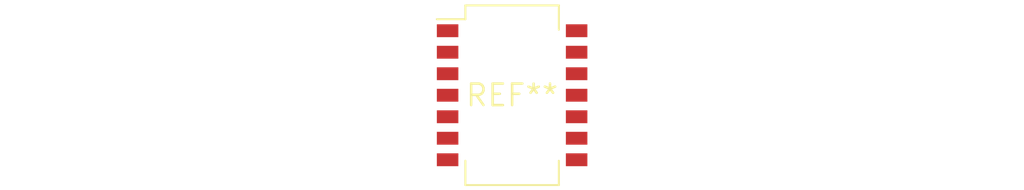
<source format=kicad_pcb>
(kicad_pcb (version 20240108) (generator pcbnew)
  (layers (0 "F.Cu" signal) (31 "B.Cu" signal) (34 "B.Paste" user) (35 "F.Paste" user) (36 "B.SilkS" user "B.Silkscreen") (37 "F.SilkS" user "F.Silkscreen") (38 "B.Mask" user) (39 "F.Mask" user) (44 "Edge.Cuts" user))
  (net 0 "")
  (footprint "SW_DIP_SPSTx07_Slide_KingTek_DSHP07TS_W7.62mm_P1.27mm" (layer "F.Cu") (at 0 0)
    (property "Reference" "REF**")
    (property "Value" "SW_DIP_SPSTx07_Slide_KingTek_DSHP07TS_W7.62mm_P1.27mm")
    (fp_line (start -4.446 -4.49) (end -2.76 -4.49) (layer "F.SilkS") (stroke (width 0.12)))
    (fp_line (start -2.76 -5.306) (end -2.76 -4.49) (layer "F.SilkS") (stroke (width 0.12)))
    (fp_line (start -2.76 -5.306) (end 2.76 -5.306) (layer "F.SilkS") (stroke (width 0.12)))
    (fp_line (start -2.76 3.87) (end -2.76 5.305) (layer "F.SilkS") (stroke (width 0.12)))
    (fp_line (start -2.76 5.305) (end 2.76 5.305) (layer "F.SilkS") (stroke (width 0.12)))
    (fp_line (start 2.76 -5.306) (end 2.76 -3.871) (layer "F.SilkS") (stroke (width 0.12)))
    (fp_line (start 2.76 3.87) (end 2.76 5.305) (layer "F.SilkS") (stroke (width 0.12)))
    (pad "1" smd rect (at -3.81 -3.81) (size 1.27 0.76) (layers "F.Cu" "F.Paste" "F.Mask"))
    (pad "2" smd rect (at -3.81 -2.54) (size 1.27 0.76) (layers "F.Cu" "F.Paste" "F.Mask"))
    (pad "3" smd rect (at -3.81 -1.27) (size 1.27 0.76) (layers "F.Cu" "F.Paste" "F.Mask"))
    (pad "4" smd rect (at -3.81 0) (size 1.27 0.76) (layers "F.Cu" "F.Paste" "F.Mask"))
    (pad "5" smd rect (at -3.81 1.27) (size 1.27 0.76) (layers "F.Cu" "F.Paste" "F.Mask"))
    (pad "6" smd rect (at -3.81 2.54) (size 1.27 0.76) (layers "F.Cu" "F.Paste" "F.Mask"))
    (pad "7" smd rect (at -3.81 3.81) (size 1.27 0.76) (layers "F.Cu" "F.Paste" "F.Mask"))
    (pad "8" smd rect (at 3.81 3.81) (size 1.27 0.76) (layers "F.Cu" "F.Paste" "F.Mask"))
    (pad "9" smd rect (at 3.81 2.54) (size 1.27 0.76) (layers "F.Cu" "F.Paste" "F.Mask"))
    (pad "10" smd rect (at 3.81 1.27) (size 1.27 0.76) (layers "F.Cu" "F.Paste" "F.Mask"))
    (pad "11" smd rect (at 3.81 0) (size 1.27 0.76) (layers "F.Cu" "F.Paste" "F.Mask"))
    (pad "12" smd rect (at 3.81 -1.27) (size 1.27 0.76) (layers "F.Cu" "F.Paste" "F.Mask"))
    (pad "13" smd rect (at 3.81 -2.54) (size 1.27 0.76) (layers "F.Cu" "F.Paste" "F.Mask"))
    (pad "14" smd rect (at 3.81 -3.81) (size 1.27 0.76) (layers "F.Cu" "F.Paste" "F.Mask"))
  )
)
</source>
